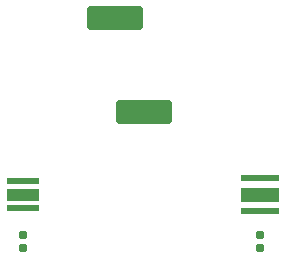
<source format=gbr>
%TF.GenerationSoftware,KiCad,Pcbnew,8.0.2*%
%TF.CreationDate,2025-01-11T01:21:35-03:00*%
%TF.ProjectId,LED,4c45442e-6b69-4636-9164-5f7063625858,rev?*%
%TF.SameCoordinates,Original*%
%TF.FileFunction,Paste,Top*%
%TF.FilePolarity,Positive*%
%FSLAX46Y46*%
G04 Gerber Fmt 4.6, Leading zero omitted, Abs format (unit mm)*
G04 Created by KiCad (PCBNEW 8.0.2) date 2025-01-11 01:21:35*
%MOMM*%
%LPD*%
G01*
G04 APERTURE LIST*
G04 Aperture macros list*
%AMRoundRect*
0 Rectangle with rounded corners*
0 $1 Rounding radius*
0 $2 $3 $4 $5 $6 $7 $8 $9 X,Y pos of 4 corners*
0 Add a 4 corners polygon primitive as box body*
4,1,4,$2,$3,$4,$5,$6,$7,$8,$9,$2,$3,0*
0 Add four circle primitives for the rounded corners*
1,1,$1+$1,$2,$3*
1,1,$1+$1,$4,$5*
1,1,$1+$1,$6,$7*
1,1,$1+$1,$8,$9*
0 Add four rect primitives between the rounded corners*
20,1,$1+$1,$2,$3,$4,$5,0*
20,1,$1+$1,$4,$5,$6,$7,0*
20,1,$1+$1,$6,$7,$8,$9,0*
20,1,$1+$1,$8,$9,$2,$3,0*%
G04 Aperture macros list end*
%ADD10R,2.800000X0.550000*%
%ADD11R,2.800000X1.000000*%
%ADD12RoundRect,0.250000X-2.100000X0.770000X-2.100000X-0.770000X2.100000X-0.770000X2.100000X0.770000X0*%
%ADD13RoundRect,0.155000X0.155000X-0.212500X0.155000X0.212500X-0.155000X0.212500X-0.155000X-0.212500X0*%
%ADD14R,3.302000X0.508000*%
%ADD15R,3.302000X1.295400*%
G04 APERTURE END LIST*
D10*
%TO.C,LED1*%
X150000000Y-102875000D03*
D11*
X150000000Y-104000000D03*
D10*
X150000000Y-105125000D03*
%TD*%
D12*
%TO.C,L1*%
X160210000Y-96980000D03*
X157790000Y-89020000D03*
%TD*%
D13*
%TO.C,C2*%
X150000000Y-108567500D03*
X150000000Y-107432500D03*
%TD*%
D14*
%TO.C,LED2*%
X170000000Y-102603000D03*
D15*
X170000000Y-104000000D03*
D14*
X170000000Y-105397000D03*
%TD*%
D13*
%TO.C,C1*%
X170000000Y-108567500D03*
X170000000Y-107432500D03*
%TD*%
M02*

</source>
